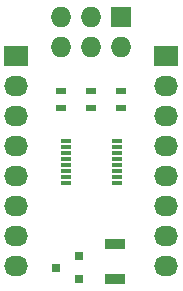
<source format=gbr>
G04 #@! TF.FileFunction,Soldermask,Top*
%FSLAX46Y46*%
G04 Gerber Fmt 4.6, Leading zero omitted, Abs format (unit mm)*
G04 Created by KiCad (PCBNEW no-vcs-found-product) date Wed 15 Jul 2015 01:59:35 AM PDT*
%MOMM*%
G01*
G04 APERTURE LIST*
%ADD10C,0.100000*%
%ADD11R,1.700000X0.900000*%
%ADD12R,1.727200X1.727200*%
%ADD13O,1.727200X1.727200*%
%ADD14R,2.032000X1.727200*%
%ADD15O,2.032000X1.727200*%
%ADD16R,0.800100X0.800100*%
%ADD17R,0.900000X0.500000*%
%ADD18R,0.889000X0.305000*%
G04 APERTURE END LIST*
D10*
D11*
X143002000Y-113210000D03*
X143002000Y-110310000D03*
D12*
X143510000Y-91059000D03*
D13*
X143510000Y-93599000D03*
X140970000Y-91059000D03*
X140970000Y-93599000D03*
X138430000Y-91059000D03*
X138430000Y-93599000D03*
D14*
X134620000Y-94361000D03*
D15*
X134620000Y-96901000D03*
X134620000Y-99441000D03*
X134620000Y-101981000D03*
X134620000Y-104521000D03*
X134620000Y-107061000D03*
X134620000Y-109601000D03*
X134620000Y-112141000D03*
D14*
X147320000Y-94361000D03*
D15*
X147320000Y-96901000D03*
X147320000Y-99441000D03*
X147320000Y-101981000D03*
X147320000Y-104521000D03*
X147320000Y-107061000D03*
X147320000Y-109601000D03*
X147320000Y-112141000D03*
D16*
X139938760Y-113218000D03*
X139938760Y-111318000D03*
X137939780Y-112268000D03*
D17*
X143510000Y-97294000D03*
X143510000Y-98794000D03*
X140970000Y-97294000D03*
X140970000Y-98794000D03*
X138430000Y-97294000D03*
X138430000Y-98794000D03*
D18*
X143132200Y-105076400D03*
X143132200Y-104576400D03*
X143132200Y-104076400D03*
X143132200Y-103576400D03*
X143132200Y-103076400D03*
X143132200Y-102576400D03*
X143132200Y-102076400D03*
X138792200Y-105076400D03*
X138792200Y-104576400D03*
X138792200Y-104076400D03*
X138792200Y-103576400D03*
X138792200Y-103076400D03*
X138792200Y-102576400D03*
X138792200Y-101576400D03*
X138792200Y-102076400D03*
X143132200Y-101576400D03*
M02*

</source>
